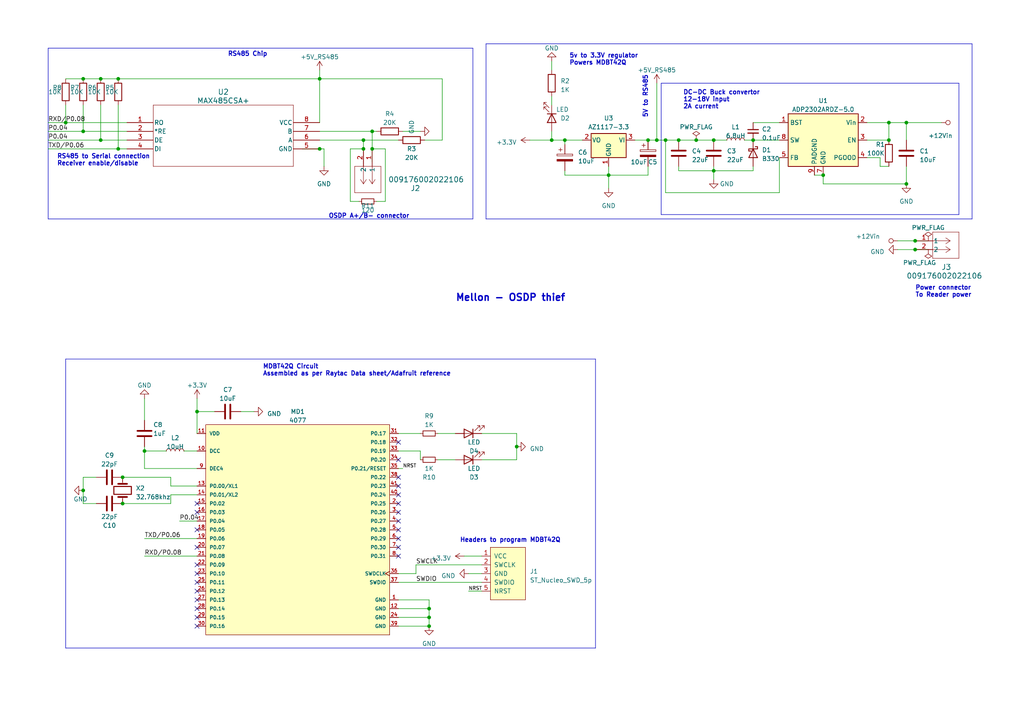
<source format=kicad_sch>
(kicad_sch (version 20230121) (generator eeschema)
  (paper "A4")
  (title_block (title "Mellon - OSDP Thief") (date "2023-07-02") (rev "0.1") (company "David Vargas & Dan Petro - Bishop Fox"))
  (lib_symbols
    (symbol "009176002022106_1" (pin_names (offset 0.254))
      (property "Reference" "J3" (at 7.62 -7.62 0))
      (property "Value" "009176002022106" (at -2.54 -10.16 0))
      (symbol "009176002022106_1_1_1"
        (polyline (pts (xy 5.08 -5.08) (xy 12.7 -5.08)) (stroke (width 0.127)))
        (polyline (pts (xy 5.08 2.54) (xy 5.08 -5.08)) (stroke (width 0.127)))
        (polyline (pts (xy 10.16 -2.54) (xy 5.08 -2.54)) (stroke (width 0.127)))
        (polyline (pts (xy 10.16 -2.54) (xy 8.89 -3.3867)) (stroke (width 0.127)))
        (polyline (pts (xy 10.16 -2.54) (xy 8.89 -1.6933)) (stroke (width 0.127)))
        (polyline (pts (xy 10.16 0) (xy 5.08 0)) (stroke (width 0.127)))
        (polyline (pts (xy 10.16 0) (xy 8.89 -0.8467)) (stroke (width 0.127)))
        (polyline (pts (xy 10.16 0) (xy 8.89 0.8467)) (stroke (width 0.127)))
        (polyline (pts (xy 12.7 -5.08) (xy 12.7 2.54)) (stroke (width 0.127)))
        (polyline (pts (xy 12.7 2.54) (xy 5.08 2.54)) (stroke (width 0.127)))
        (pin power_in line (at 0 0 0) (length 5.08) (name "1") (number "1"))
        (pin power_in line (at 0 -2.54 0) (length 5.08) (name "2") (number "2"))
      )
      (symbol "009176002022106_1_1_2"
        (polyline (pts (xy 5.08 -5.08) (xy 12.7 -5.08)) (stroke (width 0.127)))
        (polyline (pts (xy 5.08 2.54) (xy 5.08 -5.08)) (stroke (width 0.127)))
        (polyline (pts (xy 7.62 -2.54) (xy 5.08 -2.54)) (stroke (width 0.127)))
        (polyline (pts (xy 7.62 -2.54) (xy 8.89 -3.3867)) (stroke (width 0.127)))
        (polyline (pts (xy 7.62 -2.54) (xy 8.89 -1.6933)) (stroke (width 0.127)))
        (polyline (pts (xy 7.62 0) (xy 5.08 0)) (stroke (width 0.127)))
        (polyline (pts (xy 7.62 0) (xy 8.89 -0.8467)) (stroke (width 0.127)))
        (polyline (pts (xy 7.62 0) (xy 8.89 0.8467)) (stroke (width 0.127)))
        (polyline (pts (xy 12.7 -5.08) (xy 12.7 2.54)) (stroke (width 0.127)))
        (polyline (pts (xy 12.7 2.54) (xy 5.08 2.54)) (stroke (width 0.127)))
        (pin power_in line (at 0 0 0) (length 5.08) (name "1") (number "1"))
        (pin power_in line (at 0 -2.54 0) (length 5.08) (name "2") (number "2"))
      )
    )
    (symbol "2023-06-26_06-41-37:MAX485CSA+" (pin_names (offset 0.254))
      (property "Reference" "U2" (at 27.94 8.89 0))
      (property "Value" "MAX485CSA+" (at 27.94 6.35 0))
      (symbol "MAX485CSA+_0_1"
        (polyline (pts (xy 7.62 -12.7) (xy 48.26 -12.7)) (stroke (width 0.127)))
        (polyline (pts (xy 7.62 5.08) (xy 7.62 -12.7)) (stroke (width 0.127)))
        (polyline (pts (xy 48.26 -12.7) (xy 48.26 5.08)) (stroke (width 0.127)))
        (polyline (pts (xy 48.26 5.08) (xy 7.62 5.08)) (stroke (width 0.127)))
        (pin output line (at 0 0 0) (length 7.62) (name "RO") (number "1"))
        (pin input line (at 0 -2.54 0) (length 7.62) (name "*RE") (number "2"))
        (pin input line (at 0 -5.08 0) (length 7.62) (name "DE") (number "3"))
        (pin input line (at 0 -7.62 0) (length 7.62) (name "DI") (number "4"))
        (pin power_in line (at 55.88 -7.62 180) (length 7.62) (name "GND") (number "5"))
        (pin bidirectional line (at 55.88 -5.08 180) (length 7.62) (name "A") (number "6"))
        (pin bidirectional line (at 55.88 -2.54 180) (length 7.62) (name "B") (number "7"))
        (pin power_in line (at 55.88 0 180) (length 7.62) (name "VCC") (number "8"))
      )
    )
    (symbol "2023-07-02_17-44-44:009176002022106" (pin_names (offset 0.254))
      (property "Reference" "J2" (at -15.24 11.43 90))
      (property "Value" "009176002022106" (at -25.4 8.89 90))
      (symbol "009176002022106_1_1"
        (polyline (pts (xy 5.08 -5.08) (xy 12.7 -5.08)) (stroke (width 0.127)))
        (polyline (pts (xy 5.08 2.54) (xy 5.08 -5.08)) (stroke (width 0.127)))
        (polyline (pts (xy 10.16 -2.54) (xy 5.08 -2.54)) (stroke (width 0.127)))
        (polyline (pts (xy 10.16 -2.54) (xy 8.89 -3.3867)) (stroke (width 0.127)))
        (polyline (pts (xy 10.16 -2.54) (xy 8.89 -1.6933)) (stroke (width 0.127)))
        (polyline (pts (xy 10.16 0) (xy 5.08 0)) (stroke (width 0.127)))
        (polyline (pts (xy 10.16 0) (xy 8.89 -0.8467)) (stroke (width 0.127)))
        (polyline (pts (xy 10.16 0) (xy 8.89 0.8467)) (stroke (width 0.127)))
        (polyline (pts (xy 12.7 -5.08) (xy 12.7 2.54)) (stroke (width 0.127)))
        (polyline (pts (xy 12.7 2.54) (xy 5.08 2.54)) (stroke (width 0.127)))
        (pin bidirectional line (at 0 0 0) (length 5.08) (name "1") (number "1"))
        (pin bidirectional line (at 0 -2.54 0) (length 5.08) (name "2") (number "2"))
      )
      (symbol "009176002022106_1_2"
        (polyline (pts (xy 5.08 -5.08) (xy 12.7 -5.08)) (stroke (width 0.127)))
        (polyline (pts (xy 5.08 2.54) (xy 5.08 -5.08)) (stroke (width 0.127)))
        (polyline (pts (xy 7.62 -2.54) (xy 5.08 -2.54)) (stroke (width 0.127)))
        (polyline (pts (xy 7.62 -2.54) (xy 8.89 -3.3867)) (stroke (width 0.127)))
        (polyline (pts (xy 7.62 -2.54) (xy 8.89 -1.6933)) (stroke (width 0.127)))
        (polyline (pts (xy 7.62 0) (xy 5.08 0)) (stroke (width 0.127)))
        (polyline (pts (xy 7.62 0) (xy 8.89 -0.8467)) (stroke (width 0.127)))
        (polyline (pts (xy 7.62 0) (xy 8.89 0.8467)) (stroke (width 0.127)))
        (polyline (pts (xy 12.7 -5.08) (xy 12.7 2.54)) (stroke (width 0.127)))
        (polyline (pts (xy 12.7 2.54) (xy 5.08 2.54)) (stroke (width 0.127)))
        (pin unspecified line (at 0 0 0) (length 5.08) (name "1") (number "1"))
        (pin unspecified line (at 0 -2.54 0) (length 5.08) (name "2") (number "2"))
      )
    )
    (symbol "Custom Library:+12Vin" (power) (pin_names (offset 0))
      (property "Value" "+12Vin" (at 0 3.81 0))
      (symbol "+12Vin_0_1"
        (polyline (pts (xy 0 0) (xy 0 1.27)))
        (circle (center 0 1.905) (radius 0.635))
      )
      (symbol "+12Vin_1_1"
        (pin power_in line (at 0 0 90) (length 0) hide (name "+12Vin") (number "1"))
      )
    )
    (symbol "Custom Library:+5V_RS485" (power) (pin_names (offset 0))
      (property "Value" "+5V_RS485" (at 0 3.556 0))
      (symbol "+5V_RS485_0_1"
        (polyline (pts (xy -0.762 1.27) (xy 0 2.54)))
        (polyline (pts (xy 0 0) (xy 0 2.54)))
        (polyline (pts (xy 0 2.54) (xy 0.762 1.27)))
      )
      (symbol "+5V_RS485_1_1"
        (pin power_in line (at 0 0 90) (length 0) hide (name "+5V_RS485") (number "1"))
      )
    )
    (symbol "Device:C" (pin_numbers hide) (pin_names (offset 0.254))
      (property "Reference" "C" (at 0.635 2.54 0))
      (property "Value" "C" (at 0.635 -2.54 0))
      (symbol "C_0_1"
        (polyline (pts (xy -2.032 -0.762) (xy 2.032 -0.762)) (stroke (width 0.508)))
        (polyline (pts (xy -2.032 0.762) (xy 2.032 0.762)) (stroke (width 0.508)))
      )
      (symbol "C_1_1"
        (pin passive line (at 0 3.81 270) (length 2.794) (name "~") (number "1"))
        (pin passive line (at 0 -3.81 90) (length 2.794) (name "~") (number "2"))
      )
    )
    (symbol "Device:C_Polarized" (pin_numbers hide) (pin_names (offset 0.254))
      (property "Reference" "C" (at 0.635 2.54 0))
      (property "Value" "C_Polarized" (at 0.635 -2.54 0))
      (symbol "C_Polarized_0_1"
        (rectangle (start -2.286 0.508) (end 2.286 1.016))
        (polyline (pts (xy -1.778 2.286) (xy -0.762 2.286)))
        (polyline (pts (xy -1.27 2.794) (xy -1.27 1.778)))
        (rectangle (start 2.286 -0.508) (end -2.286 -1.016) (fill (type outline)))
      )
      (symbol "C_Polarized_1_1"
        (pin passive line (at 0 3.81 270) (length 2.794) (name "~") (number "1"))
        (pin passive line (at 0 -3.81 90) (length 2.794) (name "~") (number "2"))
      )
    )
    (symbol "Device:Crystal" (pin_numbers hide) (pin_names (offset 1.016) hide)
      (property "Reference" "Y" (at 0 3.81 0))
      (property "Value" "Crystal" (at 0 -3.81 0))
      (symbol "Crystal_0_1"
        (rectangle (start -1.143 2.54) (end 1.143 -2.54) (stroke (width 0.3048)))
        (polyline (pts (xy -2.54 0) (xy -1.905 0)))
        (polyline (pts (xy -1.905 -1.27) (xy -1.905 1.27)) (stroke (width 0.508)))
        (polyline (pts (xy 1.905 -1.27) (xy 1.905 1.27)) (stroke (width 0.508)))
        (polyline (pts (xy 2.54 0) (xy 1.905 0)))
      )
      (symbol "Crystal_1_1"
        (pin passive line (at -3.81 0 0) (length 1.27) (name "1") (number "1"))
        (pin passive line (at 3.81 0 180) (length 1.27) (name "2") (number "2"))
      )
    )
    (symbol "Device:LED" (pin_numbers hide) (pin_names (offset 1.016) hide)
      (property "Reference" "D" (at 0 2.54 0))
      (property "Value" "LED" (at 0 -2.54 0))
      (symbol "LED_0_1"
        (polyline (pts (xy -1.27 -1.27) (xy -1.27 1.27)) (stroke (width 0.254)))
        (polyline (pts (xy -1.27 0) (xy 1.27 0)))
        (polyline (pts (xy 1.27 -1.27) (xy 1.27 1.27) (xy -1.27 0) (xy 1.27 -1.27)) (stroke (width 0.254)))
        (polyline (pts (xy -3.048 -0.762) (xy -4.572 -2.286) (xy -3.81 -2.286) (xy -4.572 -2.286) (xy -4.572 -1.524)))
        (polyline (pts (xy -1.778 -0.762) (xy -3.302 -2.286) (xy -2.54 -2.286) (xy -3.302 -2.286) (xy -3.302 -1.524)))
      )
      (symbol "LED_1_1"
        (pin passive line (at -3.81 0 0) (length 2.54) (name "K") (number "1"))
        (pin passive line (at 3.81 0 180) (length 2.54) (name "A") (number "2"))
      )
    )
    (symbol "Device:R" (pin_numbers hide) (pin_names (offset 0))
      (property "Reference" "R" (at 2.032 0 90))
      (property "Value" "R" (at 0 0 90))
      (symbol "R_0_1"
        (rectangle (start -1.016 -2.54) (end 1.016 2.54) (stroke (width 0.254)))
      )
      (symbol "R_1_1"
        (pin passive line (at 0 3.81 270) (length 1.27) (name "~") (number "1"))
        (pin passive line (at 0 -3.81 90) (length 1.27) (name "~") (number "2"))
      )
    )
    (symbol "Diode:B330" (pin_numbers hide) (pin_names (offset 1.016) hide)
      (property "Reference" "D" (at 0 2.54 0))
      (property "Value" "B330" (at 0 -2.54 0))
      (symbol "B330_0_1"
        (polyline (pts (xy 1.27 0) (xy -1.27 0)))
        (polyline (pts (xy 1.27 1.27) (xy 1.27 -1.27) (xy -1.27 0) (xy 1.27 1.27)) (stroke (width 0.254)))
        (polyline (pts (xy -1.905 0.635) (xy -1.905 1.27) (xy -1.27 1.27) (xy -1.27 -1.27) (xy -0.635 -1.27) (xy -0.635 -0.635)) (stroke (width 0.254)))
      )
      (symbol "B330_1_1"
        (pin passive line (at -3.81 0 0) (length 2.54) (name "K") (number "1"))
        (pin passive line (at 3.81 0 180) (length 2.54) (name "A") (number "2"))
      )
    )
    (symbol "LibreSolar:C" (pin_numbers hide) (pin_names (offset 0.254) hide)
      (property "Reference" "C" (at 0.635 1.905 0))
      (property "Value" "C" (at 0.635 -1.905 0))
      (symbol "C_0_1"
        (polyline (pts (xy -1.524 -0.508) (xy 1.524 -0.508)) (stroke (width 0.3302)))
        (polyline (pts (xy -1.524 0.508) (xy 0 0.508) (xy 1.524 0.508)) (stroke (width 0.3048)))
      )
      (symbol "C_1_1"
        (pin passive line (at 0 2.54 270) (length 1.905) (name "~") (number "1"))
        (pin passive line (at 0 -2.54 90) (length 2.032) (name "~") (number "2"))
      )
    )
    (symbol "LibreSolar:L" (pin_numbers hide) (pin_names (offset 0.254) hide)
      (property "Reference" "L" (at 0 1.778 0))
      (property "Value" "L" (at 0 -1.27 0))
      (symbol "L_0_1"
        (arc (start -1.27 0) (mid -1.905 0.6323) (end -2.54 0))
        (arc (start 0 0) (mid -0.635 0.6323) (end -1.27 0))
        (arc (start 1.27 0) (mid 0.635 0.6323) (end 0 0))
        (arc (start 2.54 0) (mid 1.905 0.6323) (end 1.27 0))
      )
      (symbol "L_1_1"
        (pin passive line (at -2.54 0 0) (length 0) (name "~") (number "1"))
        (pin passive line (at 2.54 0 180) (length 0) (name "~") (number "2"))
      )
    )
    (symbol "LibreSolar:R" (pin_numbers hide) (pin_names (offset 0.254) hide)
      (property "Reference" "R" (at -1.905 0 90))
      (property "Value" "R" (at 1.905 0 90))
      (symbol "R_0_1"
        (rectangle (start -0.762 1.778) (end 0.762 -1.778) (stroke (width 0.2032)))
      )
      (symbol "R_1_1"
        (pin passive line (at 0 2.54 270) (length 0.762) (name "~") (number "1"))
        (pin passive line (at 0 -2.54 90) (length 0.762) (name "~") (number "2"))
      )
    )
    (symbol "LibreSolar:ST_Nucleo_SWD_5p" (pin_names (offset 1.016))
      (property "Reference" "J" (at 0 8.89 0))
      (property "Value" "ST_Nucleo_SWD_5p" (at 0 -8.89 0))
      (symbol "ST_Nucleo_SWD_5p_0_1"
        (rectangle (start -5.08 7.62) (end 5.08 -7.62) (fill (type background)))
      )
      (symbol "ST_Nucleo_SWD_5p_1_1"
        (pin passive line (at -7.62 5.08 0) (length 2.54) (name "VCC") (number "1"))
        (pin passive line (at -7.62 2.54 0) (length 2.54) (name "SWCLK") (number "2"))
        (pin passive line (at -7.62 0 0) (length 2.54) (name "GND") (number "3"))
        (pin passive line (at -7.62 -2.54 0) (length 2.54) (name "SWDIO") (number "4"))
        (pin passive line (at -7.62 -5.08 0) (length 2.54) (name "NRST") (number "5"))
      )
    )
    (symbol "Regulator_Linear:AZ1117-3.3" (pin_names (offset 0.254))
      (property "Reference" "U" (at -3.81 3.175 0))
      (property "Value" "AZ1117-3.3" (at 0 3.175 0))
      (symbol "AZ1117-3.3_0_1"
        (rectangle (start -5.08 1.905) (end 5.08 -5.08) (stroke (width 0.254)) (fill (type background)))
      )
      (symbol "AZ1117-3.3_1_1"
        (pin power_in line (at 0 -7.62 90) (length 2.54) (name "GND") (number "1"))
        (pin power_out line (at 7.62 0 180) (length 2.54) (name "VO") (number "2"))
        (pin power_in line (at -7.62 0 0) (length 2.54) (name "VI") (number "3"))
      )
    )
    (symbol "Regulator_Switching:ADP2302ARDZ-5.0"
      (property "Reference" "U" (at -10.16 8.89 0))
      (property "Value" "ADP2302ARDZ-5.0" (at -3.81 8.89 0))
      (symbol "ADP2302ARDZ-5.0_0_1"
        (rectangle (start -10.16 7.62) (end 10.16 -7.62) (stroke (width 0.254)) (fill (type background)))
      )
      (symbol "ADP2302ARDZ-5.0_1_1"
        (pin input line (at 12.7 5.08 180) (length 2.54) (name "BST") (number "1"))
        (pin power_in line (at -12.7 5.08 0) (length 2.54) (name "Vin") (number "2"))
        (pin input line (at -12.7 0 0) (length 2.54) (name "EN") (number "3"))
        (pin output line (at -12.7 -5.08 0) (length 2.54) (name "PGOOD") (number "4"))
        (pin input line (at 12.7 -5.08 180) (length 2.54) (name "FB") (number "5"))
        (pin no_connect line (at -10.16 2.54 0) (length 2.54) hide (name "NC") (number "6"))
        (pin power_in line (at 0 -10.16 90) (length 2.54) (name "GND") (number "7"))
        (pin power_out line (at 12.7 0 180) (length 2.54) (name "SW") (number "8"))
        (pin power_in line (at 2.54 -10.16 90) (length 2.54) (name "PADGND") (number "9"))
      )
    )
    (symbol "eec:4077" (pin_names (offset 1.016))
      (property "Reference" "MD" (at 0 5.08 0))
      (property "Value" "4077" (at 0 7.62 0))
      (symbol "4077_1_1"
        (rectangle (start 5.08 2.54) (end 58.42 -58.42) (fill (type background)))
        (pin power_in line (at 60.96 -48.26 180) (length 2.54) (name "GND") (number "1"))
        (pin power_in line (at 2.54 -5.08 0) (length 2.54) (name "DCC") (number "10"))
        (pin power_in line (at 2.54 0 0) (length 2.54) (name "VDD") (number "11"))
        (pin power_in line (at 60.96 -50.8 180) (length 2.54) (name "GND") (number "12"))
        (pin bidirectional line (at 2.54 -15.24 0) (length 2.54) (name "P0.00/XL1") (number "13"))
        (pin bidirectional line (at 2.54 -17.78 0) (length 2.54) (name "P0.01/XL2") (number "14"))
        (pin bidirectional line (at 2.54 -20.32 0) (length 2.54) (name "P0.02") (number "15"))
        (pin bidirectional line (at 2.54 -22.86 0) (length 2.54) (name "P0.03") (number "16"))
        (pin bidirectional line (at 2.54 -25.4 0) (length 2.54) (name "P0.04") (number "17"))
        (pin bidirectional line (at 2.54 -27.94 0) (length 2.54) (name "P0.05") (number "18"))
        (pin bidirectional line (at 2.54 -30.48 0) (length 2.54) (name "P0.06") (number "19"))
        (pin bidirectional line (at 60.96 -20.32 180) (length 2.54) (name "P0.25") (number "2"))
        (pin bidirectional line (at 2.54 -33.02 0) (length 2.54) (name "P0.07") (number "20"))
        (pin bidirectional line (at 2.54 -35.56 0) (length 2.54) (name "P0.08") (number "21"))
        (pin bidirectional line (at 2.54 -38.1 0) (length 2.54) (name "P0.09") (number "22"))
        (pin bidirectional line (at 2.54 -40.64 0) (length 2.54) (name "P0.10") (number "23"))
        (pin power_in line (at 60.96 -53.34 180) (length 2.54) (name "GND") (number "24"))
        (pin bidirectional line (at 2.54 -43.18 0) (length 2.54) (name "P0.11") (number "25"))
        (pin bidirectional line (at 2.54 -45.72 0) (length 2.54) (name "P0.12") (number "26"))
        (pin bidirectional line (at 2.54 -48.26 0) (length 2.54) (name "P0.13") (number "27"))
        (pin bidirectional line (at 2.54 -50.8 0) (length 2.54) (name "P0.14") (number "28"))
        (pin bidirectional line (at 2.54 -53.34 0) (length 2.54) (name "P0.15") (number "29"))
        (pin bidirectional line (at 60.96 -22.86 180) (length 2.54) (name "P0.26") (number "3"))
        (pin bidirectional line (at 2.54 -55.88 0) (length 2.54) (name "P0.16") (number "30"))
        (pin bidirectional line (at 60.96 0 180) (length 2.54) (name "P0.17") (number "31"))
        (pin bidirectional line (at 60.96 -2.54 180) (length 2.54) (name "P0.18") (number "32"))
        (pin bidirectional line (at 60.96 -5.08 180) (length 2.54) (name "P0.19") (number "33"))
        (pin bidirectional line (at 60.96 -7.62 180) (length 2.54) (name "P0.20") (number "34"))
        (pin bidirectional line (at 60.96 -10.16 180) (length 2.54) (name "P0.21/RESET") (number "35"))
        (pin input clock (at 60.96 -40.64 180) (length 2.54) (name "SWDCLK") (number "36"))
        (pin bidirectional line (at 60.96 -43.18 180) (length 2.54) (name "SWDIO") (number "37"))
        (pin bidirectional line (at 60.96 -12.7 180) (length 2.54) (name "P0.22") (number "38"))
        (pin power_in line (at 60.96 -55.88 180) (length 2.54) (name "GND") (number "39"))
        (pin bidirectional line (at 60.96 -25.4 180) (length 2.54) (name "P0.27") (number "4"))
        (pin bidirectional line (at 60.96 -17.78 180) (length 2.54) (name "P0.24") (number "40"))
        (pin bidirectional line (at 60.96 -15.24 180) (length 2.54) (name "P0.23") (number "41"))
        (pin bidirectional line (at 60.96 -27.94 180) (length 2.54) (name "P0.28") (number "5"))
        (pin bidirectional line (at 60.96 -30.48 180) (length 2.54) (name "P0.29") (number "6"))
        (pin bidirectional line (at 60.96 -33.02 180) (length 2.54) (name "P0.30") (number "7"))
        (pin bidirectional line (at 60.96 -35.56 180) (length 2.54) (name "P0.31") (number "8"))
        (pin power_in line (at 2.54 -10.16 0) (length 2.54) (name "DEC4") (number "9"))
      )
    )
    (symbol "power:+3.3V" (power) (pin_names (offset 0))
      (property "Value" "+3.3V" (at 0 3.556 0))
      (symbol "+3.3V_0_1"
        (polyline (pts (xy -0.762 1.27) (xy 0 2.54)))
        (polyline (pts (xy 0 0) (xy 0 2.54)))
        (polyline (pts (xy 0 2.54) (xy 0.762 1.27)))
      )
      (symbol "+3.3V_1_1"
        (pin power_in line (at 0 0 90) (length 0) hide (name "+3.3V") (number "1"))
      )
    )
    (symbol "power:GND" (power) (pin_names (offset 0))
      (property "Value" "GND" (at 0 -3.81 0))
      (symbol "GND_0_1"
        (polyline (pts (xy 0 0) (xy 0 -1.27) (xy 1.27 -1.27) (xy 0 -2.54) (xy -1.27 -1.27) (xy 0 -1.27)))
      )
      (symbol "GND_1_1"
        (pin power_in line (at 0 0 270) (length 0) hide (name "GND") (number "1"))
      )
    )
    (symbol "power:PWR_FLAG" (power) (pin_numbers hide) (pin_names (offset 0) hide)
      (property "Value" "PWR_FLAG" (at 0 3.81 0))
      (symbol "PWR_FLAG_0_0"
        (pin power_out line (at 0 0 90) (length 0) (name "pwr") (number "1"))
      )
      (symbol "PWR_FLAG_0_1"
        (polyline (pts (xy 0 0) (xy 0 1.27) (xy -1.016 1.905) (xy 0 2.54) (xy 1.016 1.905) (xy 0 1.27)))
      )
    )
  )
  (junction (at 34.29 22.86))
  (junction (at 57.15 119.38))
  (junction (at 105.41 40.64))
  (junction (at 190.5 40.64))
  (junction (at 92.71 22.86))
  (junction (at 207.01 49.53))
  (junction (at 201.93 40.64))
  (junction (at 176.53 50.8))
  (junction (at 24.13 38.1))
  (junction (at 19.05 35.56))
  (junction (at 92.71 43.18))
  (junction (at 265.43 72.39))
  (junction (at 257.81 35.56))
  (junction (at 35.56 138.43))
  (junction (at 149.86 129.54))
  (junction (at 196.85 40.64))
  (junction (at 24.13 142.24))
  (junction (at 124.46 181.61))
  (junction (at 257.81 40.64))
  (junction (at 107.95 38.1))
  (junction (at 29.21 22.86))
  (junction (at 35.56 146.05))
  (junction (at 34.29 43.18))
  (junction (at 163.83 40.64))
  (junction (at 24.13 22.86))
  (junction (at 29.21 40.64))
  (junction (at 262.89 53.34))
  (junction (at 124.46 179.07))
  (junction (at 238.76 50.8))
  (junction (at 107.95 43.18))
  (junction (at 105.41 43.18))
  (junction (at 193.04 40.64))
  (junction (at 187.96 40.64))
  (junction (at 218.44 40.64))
  (junction (at 265.43 69.85))
  (junction (at 41.91 130.81))
  (junction (at 124.46 176.53))
  (junction (at 262.89 35.56))
  (junction (at 160.02 40.64))
  (junction (at 207.01 40.64))
  (no_connect (at 57.15 171.45))
  (no_connect (at 57.15 146.05))
  (no_connect (at 115.57 158.75))
  (no_connect (at 57.15 153.67))
  (no_connect (at 115.57 156.21))
  (no_connect (at 57.15 181.61))
  (no_connect (at 115.57 140.97))
  (no_connect (at 115.57 146.05))
  (no_connect (at 57.15 173.99))
  (no_connect (at 115.57 161.29))
  (no_connect (at 115.57 138.43))
  (no_connect (at 57.15 148.59))
  (no_connect (at 115.57 128.27))
  (no_connect (at 115.57 133.35))
  (no_connect (at 115.57 148.59))
  (no_connect (at 57.15 176.53))
  (no_connect (at 115.57 143.51))
  (no_connect (at 57.15 179.07))
  (no_connect (at 57.15 158.75))
  (no_connect (at 57.15 163.83))
  (no_connect (at 115.57 153.67))
  (no_connect (at 57.15 166.37))
  (no_connect (at 57.15 168.91))
  (no_connect (at 115.57 151.13))
  (wire (pts (xy 41.91 115.57) (xy 41.91 121.92)))
  (wire (pts (xy 262.89 40.64) (xy 262.89 35.56)))
  (wire (pts (xy 210.82 40.64) (xy 207.01 40.64)))
  (polyline (pts (xy 191.77 62.23) (xy 278.13 62.23)))
  (wire (pts (xy 107.95 43.18) (xy 107.95 38.1)))
  (wire (pts (xy 105.41 40.64) (xy 115.57 40.64)))
  (wire (pts (xy 262.89 48.26) (xy 262.89 53.34)))
  (wire (pts (xy 34.29 30.48) (xy 34.29 43.18)))
  (wire (pts (xy 27.94 138.43) (xy 24.13 138.43)))
  (wire (pts (xy 139.7 133.35) (xy 149.86 133.35)))
  (wire (pts (xy 13.97 35.56) (xy 19.05 35.56)))
  (wire (pts (xy 176.53 48.26) (xy 176.53 50.8)))
  (wire (pts (xy 57.15 125.73) (xy 57.15 119.38)))
  (wire (pts (xy 19.05 30.48) (xy 19.05 35.56)))
  (polyline (pts (xy 140.97 12.7) (xy 140.97 63.5)))
  (polyline (pts (xy 278.13 62.23) (xy 278.13 24.13)))
  (polyline (pts (xy 281.94 63.5) (xy 281.94 12.7)))
  (wire (pts (xy 120.65 163.83) (xy 139.7 163.83)))
  (wire (pts (xy 207.01 52.07) (xy 207.01 49.53)))
  (wire (pts (xy 115.57 173.99) (xy 124.46 173.99)))
  (wire (pts (xy 139.7 125.73) (xy 149.86 125.73)))
  (wire (pts (xy 111.76 58.42) (xy 111.76 43.18)))
  (wire (pts (xy 226.06 35.56) (xy 218.44 35.56)))
  (wire (pts (xy 115.57 176.53) (xy 124.46 176.53)))
  (polyline (pts (xy 137.16 63.5) (xy 137.16 13.97)))
  (polyline (pts (xy 140.97 63.5) (xy 281.94 63.5)))
  (wire (pts (xy 218.44 49.53) (xy 207.01 49.53)))
  (wire (pts (xy 13.97 43.18) (xy 34.29 43.18)))
  (wire (pts (xy 101.6 43.18) (xy 105.41 43.18)))
  (wire (pts (xy 149.86 125.73) (xy 149.86 129.54)))
  (wire (pts (xy 196.85 49.53) (xy 196.85 48.26)))
  (wire (pts (xy 127 125.73) (xy 132.08 125.73)))
  (wire (pts (xy 226.06 55.88) (xy 193.04 55.88)))
  (wire (pts (xy 115.57 179.07) (xy 124.46 179.07)))
  (wire (pts (xy 160.02 38.1) (xy 160.02 40.64)))
  (wire (pts (xy 24.13 38.1) (xy 36.83 38.1)))
  (wire (pts (xy 34.29 22.86) (xy 92.71 22.86)))
  (wire (pts (xy 49.53 140.97) (xy 49.53 138.43)))
  (wire (pts (xy 115.57 125.73) (xy 121.92 125.73)))
  (wire (pts (xy 34.29 43.18) (xy 36.83 43.18)))
  (wire (pts (xy 153.67 40.64) (xy 160.02 40.64)))
  (wire (pts (xy 236.22 50.8) (xy 238.76 50.8)))
  (polyline (pts (xy 191.77 24.13) (xy 191.77 62.23)))
  (wire (pts (xy 87.63 43.18) (xy 92.71 43.18)))
  (wire (pts (xy 62.23 119.38) (xy 57.15 119.38)))
  (wire (pts (xy 13.97 38.1) (xy 24.13 38.1)))
  (wire (pts (xy 193.04 40.64) (xy 193.04 55.88)))
  (wire (pts (xy 226.06 45.72) (xy 226.06 55.88)))
  (wire (pts (xy 92.71 22.86) (xy 92.71 35.56)))
  (polyline (pts (xy 281.94 12.7) (xy 140.97 12.7)))
  (wire (pts (xy 251.46 45.72) (xy 255.27 45.72)))
  (wire (pts (xy 57.15 143.51) (xy 49.53 143.51)))
  (wire (pts (xy 92.71 40.64) (xy 105.41 40.64)))
  (wire (pts (xy 134.62 161.29) (xy 139.7 161.29)))
  (wire (pts (xy 160.02 27.94) (xy 160.02 30.48)))
  (wire (pts (xy 127 133.35) (xy 132.08 133.35)))
  (wire (pts (xy 163.83 40.64) (xy 163.83 41.91)))
  (wire (pts (xy 163.83 50.8) (xy 176.53 50.8)))
  (wire (pts (xy 124.46 176.53) (xy 124.46 179.07)))
  (wire (pts (xy 49.53 146.05) (xy 35.56 146.05)))
  (wire (pts (xy 24.13 138.43) (xy 24.13 142.24)))
  (wire (pts (xy 226.06 40.64) (xy 218.44 40.64)))
  (wire (pts (xy 257.81 40.64) (xy 257.81 35.56)))
  (wire (pts (xy 124.46 173.99) (xy 124.46 176.53)))
  (wire (pts (xy 257.81 35.56) (xy 262.89 35.56)))
  (wire (pts (xy 41.91 135.89) (xy 41.91 130.81)))
  (wire (pts (xy 149.86 133.35) (xy 149.86 129.54)))
  (wire (pts (xy 218.44 48.26) (xy 218.44 49.53)))
  (wire (pts (xy 269.24 72.39) (xy 265.43 72.39)))
  (wire (pts (xy 101.6 58.42) (xy 101.6 43.18)))
  (wire (pts (xy 115.57 168.91) (xy 139.7 168.91)))
  (wire (pts (xy 262.89 35.56) (xy 273.05 35.56)))
  (wire (pts (xy 201.93 40.64) (xy 207.01 40.64)))
  (wire (pts (xy 52.07 151.13) (xy 57.15 151.13)))
  (polyline (pts (xy 137.16 13.97) (xy 13.97 13.97)))
  (wire (pts (xy 69.85 119.38) (xy 73.66 119.38)))
  (wire (pts (xy 57.15 161.29) (xy 41.91 161.29)))
  (wire (pts (xy 187.96 48.26) (xy 187.96 50.8)))
  (wire (pts (xy 48.26 130.81) (xy 41.91 130.81)))
  (wire (pts (xy 255.27 48.26) (xy 257.81 48.26)))
  (wire (pts (xy 92.71 43.18) (xy 93.98 43.18)))
  (wire (pts (xy 176.53 50.8) (xy 176.53 54.61)))
  (polyline (pts (xy 19.05 187.96) (xy 172.72 187.96)))
  (wire (pts (xy 120.65 166.37) (xy 115.57 166.37)))
  (wire (pts (xy 29.21 40.64) (xy 36.83 40.64)))
  (wire (pts (xy 27.94 146.05) (xy 24.13 146.05)))
  (wire (pts (xy 190.5 40.64) (xy 193.04 40.64)))
  (wire (pts (xy 124.46 179.07) (xy 124.46 181.61)))
  (wire (pts (xy 123.19 40.64) (xy 128.27 40.64)))
  (wire (pts (xy 218.44 40.64) (xy 215.9 40.64)))
  (wire (pts (xy 163.83 49.53) (xy 163.83 50.8)))
  (wire (pts (xy 115.57 130.81) (xy 121.92 130.81)))
  (wire (pts (xy 24.13 146.05) (xy 24.13 142.24)))
  (wire (pts (xy 238.76 53.34) (xy 262.89 53.34)))
  (wire (pts (xy 107.95 38.1) (xy 109.22 38.1)))
  (wire (pts (xy 251.46 40.64) (xy 257.81 40.64)))
  (wire (pts (xy 111.76 43.18) (xy 107.95 43.18)))
  (wire (pts (xy 135.89 171.45) (xy 139.7 171.45)))
  (polyline (pts (xy 13.97 13.97) (xy 13.97 63.5)))
  (wire (pts (xy 92.71 20.32) (xy 92.71 22.86)))
  (wire (pts (xy 109.22 58.42) (xy 111.76 58.42)))
  (wire (pts (xy 160.02 40.64) (xy 163.83 40.64)))
  (wire (pts (xy 57.15 135.89) (xy 41.91 135.89)))
  (wire (pts (xy 92.71 38.1) (xy 107.95 38.1)))
  (wire (pts (xy 19.05 35.56) (xy 36.83 35.56)))
  (polyline (pts (xy 278.13 24.13) (xy 191.77 24.13)))
  (wire (pts (xy 255.27 45.72) (xy 255.27 48.26)))
  (polyline (pts (xy 13.97 63.5) (xy 137.16 63.5)))
  (wire (pts (xy 196.85 40.64) (xy 201.93 40.64)))
  (wire (pts (xy 115.57 135.89) (xy 116.84 135.89)))
  (wire (pts (xy 184.15 40.64) (xy 187.96 40.64)))
  (wire (pts (xy 49.53 138.43) (xy 35.56 138.43)))
  (wire (pts (xy 128.27 22.86) (xy 92.71 22.86)))
  (wire (pts (xy 57.15 130.81) (xy 53.34 130.81)))
  (wire (pts (xy 128.27 40.64) (xy 128.27 22.86)))
  (wire (pts (xy 19.05 22.86) (xy 24.13 22.86)))
  (wire (pts (xy 187.96 40.64) (xy 190.5 40.64)))
  (wire (pts (xy 135.89 166.37) (xy 139.7 166.37)))
  (wire (pts (xy 251.46 35.56) (xy 257.81 35.56)))
  (wire (pts (xy 24.13 30.48) (xy 24.13 38.1)))
  (wire (pts (xy 163.83 40.64) (xy 168.91 40.64)))
  (wire (pts (xy 57.15 140.97) (xy 49.53 140.97)))
  (wire (pts (xy 57.15 119.38) (xy 57.15 115.57)))
  (wire (pts (xy 104.14 58.42) (xy 101.6 58.42)))
  (wire (pts (xy 116.84 38.1) (xy 121.92 38.1)))
  (wire (pts (xy 269.24 69.85) (xy 265.43 69.85)))
  (wire (pts (xy 24.13 22.86) (xy 29.21 22.86)))
  (wire (pts (xy 93.98 48.26) (xy 93.98 43.18)))
  (wire (pts (xy 196.85 49.53) (xy 207.01 49.53)))
  (wire (pts (xy 107.95 43.18) (xy 107.95 46.99)))
  (wire (pts (xy 260.35 72.39) (xy 265.43 72.39)))
  (wire (pts (xy 238.76 53.34) (xy 238.76 50.8)))
  (wire (pts (xy 207.01 49.53) (xy 207.01 48.26)))
  (wire (pts (xy 187.96 50.8) (xy 176.53 50.8)))
  (wire (pts (xy 29.21 30.48) (xy 29.21 40.64)))
  (wire (pts (xy 260.35 69.85) (xy 265.43 69.85)))
  (wire (pts (xy 49.53 143.51) (xy 49.53 146.05)))
  (wire (pts (xy 193.04 40.64) (xy 196.85 40.64)))
  (polyline (pts (xy 19.05 104.14) (xy 19.05 187.96)))
  (wire (pts (xy 105.41 40.64) (xy 105.41 43.18)))
  (wire (pts (xy 121.92 130.81) (xy 121.92 133.35)))
  (wire (pts (xy 41.91 156.21) (xy 57.15 156.21)))
  (wire (pts (xy 41.91 129.54) (xy 41.91 130.81)))
  (wire (pts (xy 190.5 24.13) (xy 190.5 40.64)))
  (wire (pts (xy 120.65 166.37) (xy 120.65 163.83)))
  (polyline (pts (xy 172.72 187.96) (xy 172.72 104.14)))
  (wire (pts (xy 29.21 22.86) (xy 34.29 22.86)))
  (wire (pts (xy 160.02 17.78) (xy 160.02 20.32)))
  (polyline (pts (xy 19.05 104.14) (xy 172.72 104.14)))
  (wire (pts (xy 13.97 40.64) (xy 29.21 40.64)))
  (wire (pts (xy 115.57 181.61) (xy 124.46 181.61)))
  (text "MDBT42Q Circuit\nAssembled as per Raytac Data sheet/Adafruit reference" (at 76.2 109.22 0) (effects (font (size 1.27 1.27) (thickness 0.254) bold) (justify left bottom)))
  (text "RS485 to Serial connection\nReceiver enable/disable" (at 16.51 48.26 0) (effects (font (size 1.27 1.27) (thickness 0.254) bold) (justify left bottom)))
  (text "Power connector\nTo Reader power" (at 265.43 86.36 0) (effects (font (size 1.27 1.27) (thickness 0.254) bold) (justify left bottom)))
  (text "OSDP A+/B- connector" (at 95.25 63.5 0) (effects (font (size 1.27 1.27) (thickness 0.254) bold) (justify left bottom)))
  (text "\nHeaders to program MDBT42Q" (at 133.35 157.48 0) (effects (font (size 1.27 1.27) (thickness 0.254) bold) (justify left bottom)))
  (text "DC-DC Buck convertor\n12-18V input\n2A current" (at 198.12 31.75 0) (effects (font (size 1.27 1.27) (thickness 0.254) bold) (justify left bottom)))
  (text "5V to RS485" (at 187.96 34.29 90) (effects (font (size 1.27 1.27) bold) (justify left bottom)))
  (text "5v to 3.3V regulator\nPowers MDBT42Q" (at 165.1 19.05 0) (effects (font (size 1.27 1.27) (thickness 0.254) bold) (justify left bottom)))
  (text "RS485 Chip" (at 66.04 16.51 0) (effects (font (size 1.27 1.27) (thickness 0.254) bold) (justify left bottom)))
  (text "Mellon - OSDP thief" (at 132.08 87.63 0) (effects (font (size 2 2) (thickness 0.4) bold) (justify left bottom)))
  (label "NRST" (at 116.84 135.89 0) (effects (font (size 1 1))))
  (label "SWCLK" (at 120.65 163.83 0))
  (label "TXD{slash}P0.06" (at 13.97 43.18 0))
  (label "TXD{slash}P0.06" (at 41.91 156.21 0))
  (label "RXD{slash}P0.08" (at 41.91 161.29 0))
  (label "RXD{slash}P0.08" (at 13.97 35.56 0))
  (label "P0.04" (at 52.07 151.13 0))
  (label "SWDIO" (at 120.65 168.91 0))
  (label "NRST" (at 135.89 171.45 0) (effects (font (size 1 1))))
  (label "P0.04" (at 13.97 38.1 0))
  (label "P0.04" (at 13.97 40.64 0))
  (symbol (lib_id "Custom Library:+12Vin") (at 260.35 69.85 90) (unit 1)
    (property "Reference" "#PWR016" (effects hide))
    (property "Value" "+12Vin" (at 255.27 68.58 90) (effects (justify left)))
  )
  (symbol (lib_id "Device:R") (at 29.21 26.67 0) (unit 1)
    (property "Reference" "R6" (at 25.4 25.4 0) (effects (justify left)))
    (property "Value" "10K" (at 25.4 26.67 0) (effects (justify left)))
    (property "Footprint" "Resistor_SMD:R_0603_1608Metric" (effects hide))
  )
  (symbol (lib_id "power:GND") (at 124.46 181.61 0) (unit 1)
    (property "Reference" "#PWR018" (effects hide))
    (property "Value" "GND" (at 124.46 186.69 0))
  )
  (symbol (lib_id "Device:R") (at 113.03 38.1 90) (unit 1)
    (property "Reference" "R4" (at 113.03 33.02 90))
    (property "Value" "20K" (at 113.03 35.56 90))
    (property "Footprint" "Resistor_SMD:R_0603_1608Metric" (effects hide))
  )
  (symbol (lib_id "Device:C") (at 262.89 44.45 0) (unit 1)
    (property "Reference" "C1" (at 266.7 43.815 0) (effects (justify left)))
    (property "Value" "10uF" (at 266.7 46.355 0) (effects (justify left)))
    (property "Footprint" "Capacitor_SMD:C_0603_1608Metric" (effects hide))
  )
  (symbol (lib_id "power:GND") (at 24.13 142.24 270) (unit 1)
    (property "Reference" "#PWR020" (effects hide))
    (property "Value" "GND" (at 25.4 144.78 90) (effects (justify right)))
  )
  (symbol (lib_id "Device:C") (at 196.85 44.45 180) (unit 1)
    (property "Reference" "C4" (at 200.66 43.815 0) (effects (justify right)))
    (property "Value" "22uF" (at 200.66 46.355 0) (effects (justify right)))
    (property "Footprint" "Capacitor_SMD:C_0603_1608Metric" (effects hide))
  )
  (symbol (lib_id "Regulator_Linear:AZ1117-3.3") (at 176.53 40.64 0) (mirror y) (unit 1)
    (property "Reference" "U3" (at 176.53 34.29 0))
    (property "Value" "AZ1117-3.3" (at 176.53 36.83 0))
    (property "Footprint" "Package_TO_SOT_SMD:SOT-223" (effects hide))
    (property "Datasheet" "https://www.diodes.com/assets/Datasheets/AZ1117.pdf" (effects hide))
  )
  (symbol (lib_id "power:GND") (at 73.66 119.38 90) (unit 1)
    (property "Reference" "#PWR07" (effects hide))
    (property "Value" "GND" (at 77.47 120.015 90) (effects (justify right)))
  )
  (symbol (lib_id "Custom Library:+5V_RS485") (at 92.71 20.32 0) (unit 1)
    (property "Reference" "#PWR026" (effects hide))
    (property "Value" "+5V_RS485" (at 92.71 16.51 0))
  )
  (symbol (lib_id "Device:C") (at 66.04 119.38 270) (unit 1)
    (property "Reference" "C7" (at 66.04 113.03 90))
    (property "Value" "10uF" (at 66.04 115.57 90))
    (property "Footprint" "Capacitor_SMD:C_0603_1608Metric" (effects hide))
  )
  (symbol (lib_id "Device:LED") (at 135.89 133.35 180) (unit 1)
    (property "Reference" "D3" (at 137.4775 138.43 0))
    (property "Value" "LED" (at 137.4775 135.89 0))
    (property "Footprint" "Diode_SMD:D_0603_1608Metric" (effects hide))
  )
  (symbol (lib_id "power:GND") (at 93.98 48.26 0) (unit 1)
    (property "Reference" "#PWR09" (effects hide))
    (property "Value" "GND" (at 93.98 53.34 0))
  )
  (symbol (lib_id "power:GND") (at 207.01 52.07 0) (unit 1)
    (property "Reference" "#PWR015" (effects hide))
    (property "Value" "GND" (at 210.82 53.34 0))
  )
  (symbol (lib_id "power:GND") (at 260.35 72.39 270) (unit 1)
    (property "Reference" "#PWR06" (effects hide))
    (property "Value" "GND" (at 256.54 73.025 90) (effects (justify right)))
  )
  (symbol (lib_name "009176002022106_1") (lib_id "2023-07-02_17-44-44:009176002022106") (at 265.43 69.85 0) (unit 1)
    (property "Reference" "J3" (at 273.05 77.47 0) (effects (font (size 1.524 1.524)) (justify left)))
    (property "Value" "009176002022106" (at 262.89 80.01 0) (effects (font (size 1.524 1.524)) (justify left)))
    (property "Footprint" "footprints-KVX:CONN_9176_2WAY_KYO" (effects hide))
    (property "Datasheet" "009176002022106" (effects hide))
  )
  (symbol (lib_id "LibreSolar:L") (at 50.8 130.81 0) (unit 1)
    (property "Reference" "L2" (at 50.8 127 0))
    (property "Value" "10uH" (at 50.8 129.54 0))
    (property "Footprint" "Inductor_SMD:L_1008_2520Metric" (effects hide))
  )
  (symbol (lib_id "Device:Crystal") (at 35.56 142.24 90) (unit 1)
    (property "Reference" "X2" (at 39.37 141.605 90) (effects (justify right)))
    (property "Value" "32.768khz" (at 39.37 144.145 90) (effects (justify right)))
    (property "Footprint" "Crystal:Crystal_SMD_MicroCrystal_CC7V-T1A-2Pin_3.2x1.5mm" (effects hide))
  )
  (symbol (lib_id "power:PWR_FLAG") (at 269.24 69.85 0) (unit 1)
    (property "Reference" "#FLG01" (effects hide))
    (property "Value" "PWR_FLAG" (at 269.24 66.04 0))
  )
  (symbol (lib_id "Device:C_Polarized") (at 187.96 44.45 0) (unit 1)
    (property "Reference" "C5" (at 187.96 46.99 0) (effects (justify left)))
    (property "Value" "10uF" (at 182.88 46.99 0) (effects (justify left)))
    (property "Footprint" "Capacitor_Tantalum_SMD:CP_EIA-3216-18_Kemet-A" (effects hide))
  )
  (symbol (lib_id "Device:LED") (at 135.89 125.73 180) (unit 1)
    (property "Reference" "D4" (at 137.4775 130.81 0))
    (property "Value" "LED" (at 137.4775 128.27 0))
    (property "Footprint" "Diode_SMD:D_0603_1608Metric" (effects hide))
  )
  (symbol (lib_id "Regulator_Switching:ADP2302ARDZ-5.0") (at 238.76 40.64 0) (mirror y) (unit 1)
    (property "Reference" "U1" (at 238.76 29.21 0))
    (property "Value" "ADP2302ARDZ-5.0" (at 238.76 31.75 0))
    (property "Footprint" "Package_SO:SOIC-8-1EP_3.9x4.9mm_P1.27mm_EP2.29x3mm" (effects hide))
    (property "Datasheet" "https://www.analog.com/media/en/technical-documentation/data-sheets/ADP2302_2303.pdf" (effects hide))
  )
  (symbol (lib_id "power:GND") (at 262.89 53.34 0) (unit 1)
    (property "Reference" "#PWR05" (effects hide))
    (property "Value" "GND" (at 262.89 58.42 0))
  )
  (symbol (lib_id "Device:R") (at 34.29 26.67 0) (unit 1)
    (property "Reference" "R5" (at 30.48 25.4 0) (effects (justify left)))
    (property "Value" "10K" (at 30.48 26.67 0) (effects (justify left)))
    (property "Footprint" "Resistor_SMD:R_0603_1608Metric" (effects hide))
  )
  (symbol (lib_id "power:PWR_FLAG") (at 269.24 72.39 180) (unit 1)
    (property "Reference" "#FLG05" (effects hide))
    (property "Value" "PWR_FLAG" (at 266.7 76.2 0))
  )
  (symbol (lib_id "power:GND") (at 176.53 54.61 0) (unit 1)
    (property "Reference" "#PWR02" (effects hide))
    (property "Value" "GND" (at 176.53 59.69 0))
  )
  (symbol (lib_id "LibreSolar:C") (at 218.44 38.1 0) (unit 1)
    (property "Reference" "C2" (at 220.98 37.4713 0) (effects (justify left)))
    (property "Value" "0.1uF" (at 220.98 40.0113 0) (effects (justify left)))
    (property "Footprint" "Capacitor_SMD:C_0603_1608Metric" (effects hide))
  )
  (symbol (lib_id "LibreSolar:R") (at 106.68 58.42 270) (unit 1)
    (property "Reference" "R11" (at 106.68 59.69 90))
    (property "Value" "120" (at 106.68 60.96 90))
    (property "Footprint" "Resistor_SMD:R_0603_1608Metric" (effects hide))
  )
  (symbol (lib_id "Device:R") (at 119.38 40.64 270) (unit 1)
    (property "Reference" "R3" (at 119.38 43.18 90))
    (property "Value" "20K" (at 119.38 45.72 90))
    (property "Footprint" "Resistor_SMD:R_0603_1608Metric" (effects hide))
  )
  (symbol (lib_id "power:GND") (at 135.89 166.37 270) (unit 1)
    (property "Reference" "#PWR012" (effects hide))
    (property "Value" "GND" (at 132.08 167.005 90) (effects (justify right)))
  )
  (symbol (lib_id "Device:C") (at 31.75 138.43 90) (unit 1)
    (property "Reference" "C9" (at 31.75 132.08 90))
    (property "Value" "22pF" (at 31.75 134.62 90))
    (property "Footprint" "Capacitor_SMD:C_0603_1608Metric" (effects hide))
  )
  (symbol (lib_id "power:GND") (at 121.92 38.1 90) (unit 1)
    (property "Reference" "#PWR011" (effects hide))
    (property "Value" "GND" (at 119.38 36.83 0))
  )
  (symbol (lib_id "Device:R") (at 160.02 24.13 0) (unit 1)
    (property "Reference" "R2" (at 162.56 23.495 0) (effects (justify left)))
    (property "Value" "1K" (at 162.56 26.035 0) (effects (justify left)))
    (property "Footprint" "Resistor_SMD:R_0603_1608Metric" (effects hide))
  )
  (symbol (lib_id "power:+3.3V") (at 153.67 40.64 90) (unit 1)
    (property "Reference" "#PWR010" (effects hide))
    (property "Value" "+3.3V" (at 149.86 41.275 90) (effects (justify left)))
  )
  (symbol (lib_id "power:+3.3V") (at 57.15 115.57 0) (unit 1)
    (property "Reference" "#PWR022" (effects hide))
    (property "Value" "+3.3V" (at 57.15 111.76 0))
  )
  (symbol (lib_id "Custom Library:+5V_RS485") (at 190.5 24.13 0) (unit 1)
    (property "Reference" "#PWR01" (effects hide))
    (property "Value" "+5V_RS485" (at 190.5 20.32 0))
  )
  (symbol (lib_id "Custom Library:+12Vin") (at 273.05 35.56 270) (unit 1)
    (property "Reference" "#PWR04" (effects hide))
    (property "Value" "+12Vin" (at 269.24 39.37 90) (effects (justify left)))
  )
  (symbol (lib_id "Device:LED") (at 160.02 34.29 270) (unit 1)
    (property "Reference" "D2" (at 162.56 34.29 90) (effects (justify left)))
    (property "Value" "LED" (at 161.29 31.75 90) (effects (justify left)))
    (property "Footprint" "Diode_SMD:D_0603_1608Metric" (effects hide))
  )
  (symbol (lib_id "power:GND") (at 41.91 115.57 180) (unit 1)
    (property "Reference" "#PWR021" (effects hide))
    (property "Value" "GND" (at 41.91 111.76 0))
  )
  (symbol (lib_id "eec:4077") (at 54.61 125.73 0) (unit 1)
    (property "Reference" "MD1" (at 86.36 119.38 0))
    (property "Value" "4077" (at 86.36 121.92 0))
    (property "Footprint" "eec:Adafruit_Industries-4077-*" (effects hide))
    (property "Datasheet" "https://www.raytac.com/download/index.php?index_id=27" (effects hide))
    (property "ambient temperature range high" "+85°C" (effects hide))
    (property "ambient temperature range low" "-40°C" (effects hide))
    (property "automotive" "No" (effects hide))
    (property "bandwidth" "140MHz" (effects hide))
    (property "category" "UNK" (effects hide))
    (property "device class L1" "Integrated Circuits (ICs)" (effects hide))
    (property "device class L2" "RF Semiconductors and Devices" (effects hide))
    (property "device class L3" "Transceivers" (effects hide))
    (property "digikey description" "RX TXRX MOD BLUETOOTH CHIP SMD" (effects hide))
    (property "digikey part number" "1528-2837-ND" (effects hide))
    (property "height" "2.2mm" (effects hide))
    (property "interface" "I2C,SPI,UART,2-Wire,I2S,Other" (effects hide))
    (property "lead free" "Yes" (effects hide))
    (property "library id" "32740d4afdc6955e" (effects hide))
    (property "manufacturer" "Adafruit Industries" (effects hide))
    (property "max frequency" "2500MHz" (effects hide))
    (property "max supply voltage" "3.6V" (effects hide))
    (property "min supply voltage" "1.7V" (effects hide))
    (property "mouser description" "Nrf52832 Bluetooth Low Energy Module - Mdbt42Q-512Kv2" (effects hide))
    (property "mouser part number" "485-4077" (effects hide))
    (property "number of GPIO" "32" (effects hide))
    (property "package" "MD_16MM0_10MM0" (effects hide))
    (property "receiving current" "5.4mA" (effects hide))
    (property "rohs" "Yes" (effects hide))
    (property "sensitivity" "-96dBm" (effects hide))
    (property "temperature range high" "+85°C" (effects hide))
    (property "temperature range low" "-40°C" (effects hide))
    (property "transmitting current" "16.6mA" (effects hide))
  )
  (symbol (lib_id "power:PWR_FLAG") (at 201.93 40.64 0) (unit 1)
    (property "Reference" "#FLG04" (effects hide))
    (property "Value" "PWR_FLAG" (at 201.93 36.83 0))
  )
  (symbol (lib_id "LibreSolar:L") (at 213.36 40.64 0) (unit 1)
    (property "Reference" "L1" (at 213.36 36.83 0))
    (property "Value" "6.8uH" (at 213.36 39.37 0))
    (property "Footprint" "Inductor_SMD:L_TDK_VLS6045EX_VLS6045AF" (effects hide))
  )
  (symbol (lib_id "Device:R") (at 257.81 44.45 0) (unit 1)
    (property "Reference" "R1" (at 254 41.91 0) (effects (justify left)))
    (property "Value" "100K" (at 251.46 44.45 0) (effects (justify left)))
    (property "Footprint" "Resistor_SMD:R_0603_1608Metric" (effects hide))
  )
  (symbol (lib_id "LibreSolar:R") (at 124.46 133.35 270) (unit 1)
    (property "Reference" "R10" (at 124.46 138.43 90))
    (property "Value" "1K" (at 124.46 135.89 90))
    (property "Footprint" "Resistor_SMD:R_0603_1608Metric" (effects hide))
  )
  (symbol (lib_id "power:+3.3V") (at 134.62 161.29 90) (unit 1)
    (property "Reference" "#PWR014" (effects hide))
    (property "Value" "+3.3V" (at 130.81 161.925 90) (effects (justify left)))
  )
  (symbol (lib_id "power:GND") (at 160.02 17.78 180) (unit 1)
    (property "Reference" "#PWR03" (effects hide))
    (property "Value" "GND" (at 160.02 13.97 0))
  )
  (symbol (lib_id "Device:R") (at 19.05 26.67 0) (unit 1)
    (property "Reference" "R8" (at 15.24 25.4 0) (effects (justify left)))
    (property "Value" "10K" (at 13.97 26.67 0) (effects (justify left)))
    (property "Footprint" "Resistor_SMD:R_0603_1608Metric" (effects hide))
  )
  (symbol (lib_id "Device:C") (at 41.91 125.73 0) (unit 1)
    (property "Reference" "C8" (at 44.45 123.19 0) (effects (justify left)))
    (property "Value" "1uF" (at 44.45 125.73 0) (effects (justify left)))
    (property "Footprint" "Capacitor_SMD:C_0603_1608Metric" (effects hide))
  )
  (symbol (lib_id "Device:R") (at 24.13 26.67 0) (unit 1)
    (property "Reference" "R7" (at 20.32 25.4 0) (effects (justify left)))
    (property "Value" "10K" (at 20.32 26.67 0) (effects (justify left)))
    (property "Footprint" "Resistor_SMD:R_0603_1608Metric" (effects hide))
  )
  (symbol (lib_id "Device:C") (at 31.75 146.05 90) (unit 1)
    (property "Reference" "C10" (at 31.75 152.4 90))
    (property "Value" "22pF" (at 31.75 149.86 90))
    (property "Footprint" "Capacitor_SMD:C_0603_1608Metric" (effects hide))
  )
  (symbol (lib_id "LibreSolar:ST_Nucleo_SWD_5p") (at 147.32 166.37 0) (unit 1)
    (property "Reference" "J1" (at 153.67 165.735 0) (effects (justify left)))
    (property "Value" "ST_Nucleo_SWD_5p" (at 153.67 168.275 0) (effects (justify left)))
    (property "Footprint" "Connector_PinHeader_2.54mm:PinHeader_1x05_P2.54mm_Vertical" (effects hide))
  )
  (symbol (lib_id "2023-07-02_17-44-44:009176002022106") (at 107.95 43.18 270) (unit 1)
    (property "Reference" "J2" (at 121.92 54.61 90) (effects (font (size 1.524 1.524)) (justify right)))
    (property "Value" "009176002022106" (at 134.62 52.07 90) (effects (font (size 1.524 1.524)) (justify right)))
    (property "Footprint" "footprints-KVX:CONN_9176_2WAY_KYO" (effects hide))
    (property "Datasheet" "009176002022106" (effects hide))
  )
  (symbol (lib_id "power:GND") (at 149.86 129.54 90) (unit 1)
    (property "Reference" "#PWR024" (effects hide))
    (property "Value" "GND" (at 153.67 130.175 90) (effects (justify right)))
  )
  (symbol (lib_id "Diode:B330") (at 218.44 44.45 270) (unit 1)
    (property "Reference" "D1" (at 220.98 43.4975 90) (effects (justify left)))
    (property "Value" "B330" (at 220.98 46.0375 90) (effects (justify left)))
    (property "Footprint" "Diode_SMD:D_SMA" (effects hide))
    (property "Datasheet" "http://www.jameco.com/Jameco/Products/ProdDS/1538777.pdf" (effects hide))
  )
  (symbol (lib_id "LibreSolar:R") (at 124.46 125.73 270) (unit 1)
    (property "Reference" "R9" (at 124.46 120.65 90))
    (property "Value" "1K" (at 124.46 123.19 90))
    (property "Footprint" "Resistor_SMD:R_0603_1608Metric" (effects hide))
  )
  (symbol (lib_id "Device:C_Polarized") (at 163.83 45.72 0) (unit 1)
    (property "Reference" "C6" (at 167.64 44.196 0) (effects (justify left)))
    (property "Value" "10uF" (at 167.64 46.736 0) (effects (justify left)))
    (property "Footprint" "Capacitor_Tantalum_SMD:CP_EIA-3216-18_Kemet-A" (effects hide))
  )
  (symbol (lib_id "2023-06-26_06-41-37:MAX485CSA+") (at 36.83 35.56 0) (unit 1)
    (property "Reference" "U2" (at 64.77 26.67 0) (effects (font (size 1.524 1.524))))
    (property "Value" "MAX485CSA+" (at 64.77 29.21 0) (effects (font (size 1.524 1.524))))
    (property "Footprint" "footprints:21-0041B_8_MXM" (effects hide))
    (property "Datasheet" "MAX485CSA+" (effects hide))
  )
  (symbol (lib_id "Device:C") (at 207.01 44.45 0) (unit 1)
    (property "Reference" "C3" (at 210.82 43.815 0) (effects (justify left)))
    (property "Value" "22uF" (at 210.82 46.355 0) (effects (justify left)))
    (property "Footprint" "Capacitor_SMD:C_0603_1608Metric" (effects hide))
  )
)
</source>
